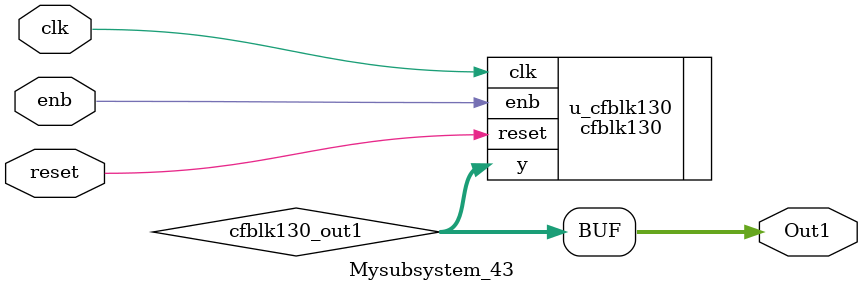
<source format=v>



`timescale 1 ns / 1 ns

module Mysubsystem_43
          (clk,
           reset,
           enb,
           Out1);


  input   clk;
  input   reset;
  input   enb;
  output  [15:0] Out1;  // uint16


  wire [15:0] cfblk130_out1;  // uint16


  cfblk130 u_cfblk130 (.clk(clk),
                       .reset(reset),
                       .enb(enb),
                       .y(cfblk130_out1)  // uint16
                       );

  assign Out1 = cfblk130_out1;

endmodule  // Mysubsystem_43


</source>
